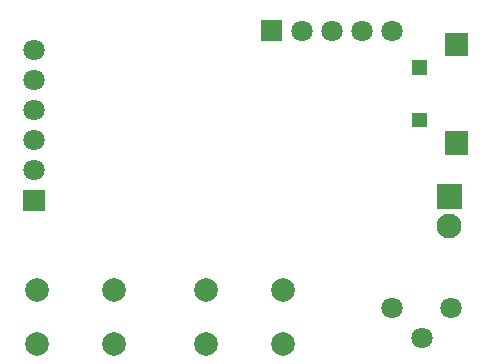
<source format=gbr>
%FSLAX34Y34*%
%MOMM*%
%LNSOLDERMASK_BOTTOM*%
G71*
G01*
%ADD10C,2.000*%
%ADD11C,1.800*%
%ADD12C,2.100*%
%LPD*%
G36*
X371138Y200665D02*
X390938Y200665D01*
X390938Y180865D01*
X371138Y180865D01*
X371138Y200665D01*
G37*
G36*
X371138Y284181D02*
X390938Y284181D01*
X390938Y264381D01*
X371138Y264381D01*
X371138Y284181D01*
G37*
G36*
X343741Y216302D02*
X355799Y216302D01*
X355799Y204244D01*
X343741Y204244D01*
X343741Y216302D01*
G37*
G36*
X343741Y260802D02*
X355799Y260802D01*
X355799Y248744D01*
X343741Y248744D01*
X343741Y260802D01*
G37*
X26276Y66051D02*
G54D10*
D03*
X26276Y21043D02*
G54D10*
D03*
X91300Y21043D02*
G54D10*
D03*
X91300Y66051D02*
G54D10*
D03*
X169126Y66051D02*
G54D10*
D03*
X234150Y66051D02*
G54D10*
D03*
X234150Y21043D02*
G54D10*
D03*
X169126Y21043D02*
G54D10*
D03*
G36*
X215802Y294863D02*
X233802Y294863D01*
X233802Y276863D01*
X215802Y276863D01*
X215802Y294863D01*
G37*
G36*
X14482Y151353D02*
X32482Y151353D01*
X32482Y133353D01*
X14482Y133353D01*
X14482Y151353D01*
G37*
X23482Y167753D02*
G54D11*
D03*
X23482Y193153D02*
G54D11*
D03*
X23482Y218553D02*
G54D11*
D03*
X23482Y243953D02*
G54D11*
D03*
X23482Y269353D02*
G54D11*
D03*
X250202Y285863D02*
G54D11*
D03*
X275602Y285863D02*
G54D11*
D03*
X301002Y285863D02*
G54D11*
D03*
X326402Y285863D02*
G54D11*
D03*
X351650Y25849D02*
G54D11*
D03*
X376650Y50849D02*
G54D11*
D03*
X326650Y50849D02*
G54D11*
D03*
X374934Y120212D02*
G54D12*
D03*
G36*
X364434Y135112D02*
X364434Y156112D01*
X385434Y156112D01*
X385434Y135112D01*
X364434Y135112D01*
G37*
M02*

</source>
